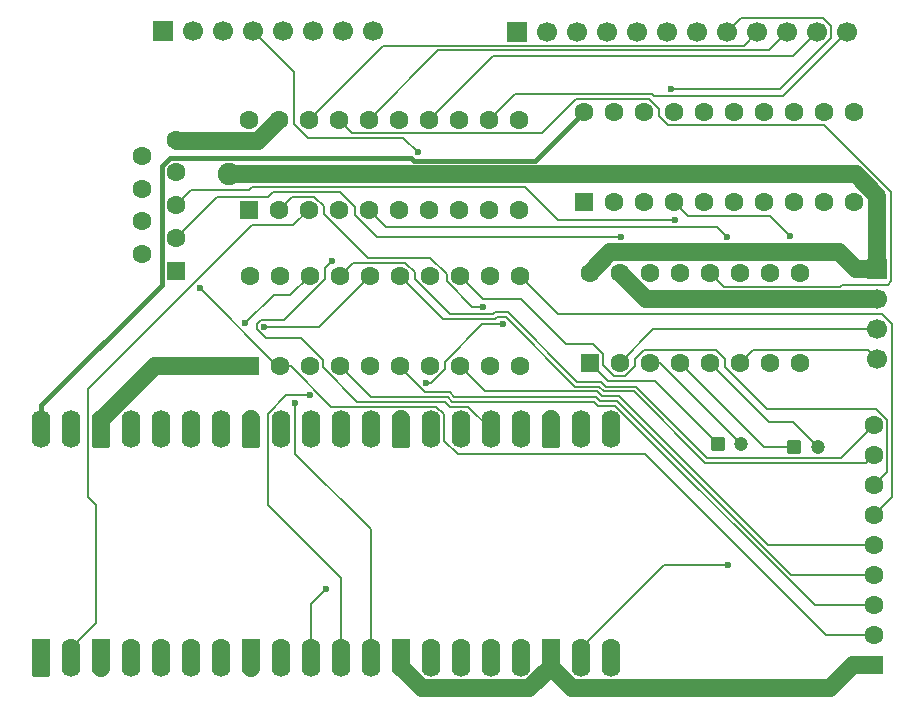
<source format=gbr>
%TF.GenerationSoftware,KiCad,Pcbnew,9.0.2*%
%TF.CreationDate,2025-07-27T17:40:09+01:00*%
%TF.ProjectId,Pico-Keyboard-Matrix-Interface,5069636f-2d4b-4657-9962-6f6172642d4d,rev?*%
%TF.SameCoordinates,Original*%
%TF.FileFunction,Copper,L1,Top*%
%TF.FilePolarity,Positive*%
%FSLAX46Y46*%
G04 Gerber Fmt 4.6, Leading zero omitted, Abs format (unit mm)*
G04 Created by KiCad (PCBNEW 9.0.2) date 2025-07-27 17:40:09*
%MOMM*%
%LPD*%
G01*
G04 APERTURE LIST*
G04 Aperture macros list*
%AMRoundRect*
0 Rectangle with rounded corners*
0 $1 Rounding radius*
0 $2 $3 $4 $5 $6 $7 $8 $9 X,Y pos of 4 corners*
0 Add a 4 corners polygon primitive as box body*
4,1,4,$2,$3,$4,$5,$6,$7,$8,$9,$2,$3,0*
0 Add four circle primitives for the rounded corners*
1,1,$1+$1,$2,$3*
1,1,$1+$1,$4,$5*
1,1,$1+$1,$6,$7*
1,1,$1+$1,$8,$9*
0 Add four rect primitives between the rounded corners*
20,1,$1+$1,$2,$3,$4,$5,0*
20,1,$1+$1,$4,$5,$6,$7,0*
20,1,$1+$1,$6,$7,$8,$9,0*
20,1,$1+$1,$8,$9,$2,$3,0*%
%AMFreePoly0*
4,1,37,0.800000,0.796148,0.878414,0.796148,1.032228,0.765552,1.177117,0.705537,1.307515,0.618408,1.418408,0.507515,1.505537,0.377117,1.565552,0.232228,1.596148,0.078414,1.596148,-0.078414,1.565552,-0.232228,1.505537,-0.377117,1.418408,-0.507515,1.307515,-0.618408,1.177117,-0.705537,1.032228,-0.765552,0.878414,-0.796148,0.800000,-0.796148,0.800000,-0.800000,-1.400000,-0.800000,
-1.403843,-0.796157,-1.439018,-0.796157,-1.511114,-0.766294,-1.566294,-0.711114,-1.596157,-0.639018,-1.596157,-0.603843,-1.600000,-0.600000,-1.600000,0.600000,-1.596157,0.603843,-1.596157,0.639018,-1.566294,0.711114,-1.511114,0.766294,-1.439018,0.796157,-1.403843,0.796157,-1.400000,0.800000,0.800000,0.800000,0.800000,0.796148,0.800000,0.796148,$1*%
%AMFreePoly1*
4,1,37,1.403843,0.796157,1.439018,0.796157,1.511114,0.766294,1.566294,0.711114,1.596157,0.639018,1.596157,0.603843,1.600000,0.600000,1.600000,-0.600000,1.596157,-0.603843,1.596157,-0.639018,1.566294,-0.711114,1.511114,-0.766294,1.439018,-0.796157,1.403843,-0.796157,1.400000,-0.800000,-0.800000,-0.800000,-0.800000,-0.796148,-0.878414,-0.796148,-1.032228,-0.765552,-1.177117,-0.705537,
-1.307515,-0.618408,-1.418408,-0.507515,-1.505537,-0.377117,-1.565552,-0.232228,-1.596148,-0.078414,-1.596148,0.078414,-1.565552,0.232228,-1.505537,0.377117,-1.418408,0.507515,-1.307515,0.618408,-1.177117,0.705537,-1.032228,0.765552,-0.878414,0.796148,-0.800000,0.796148,-0.800000,0.800000,1.400000,0.800000,1.403843,0.796157,1.403843,0.796157,$1*%
%AMFreePoly2*
4,1,37,0.603843,0.796157,0.639018,0.796157,0.711114,0.766294,0.766294,0.711114,0.796157,0.639018,0.796157,0.603843,0.800000,0.600000,0.800000,-0.600000,0.796157,-0.603843,0.796157,-0.639018,0.766294,-0.711114,0.711114,-0.766294,0.639018,-0.796157,0.603843,-0.796157,0.600000,-0.800000,0.000000,-0.800000,0.000000,-0.796148,-0.078414,-0.796148,-0.232228,-0.765552,-0.377117,-0.705537,
-0.507515,-0.618408,-0.618408,-0.507515,-0.705537,-0.377117,-0.765552,-0.232228,-0.796148,-0.078414,-0.796148,0.078414,-0.765552,0.232228,-0.705537,0.377117,-0.618408,0.507515,-0.507515,0.618408,-0.377117,0.705537,-0.232228,0.765552,-0.078414,0.796148,0.000000,0.796148,0.000000,0.800000,0.600000,0.800000,0.603843,0.796157,0.603843,0.796157,$1*%
%AMFreePoly3*
4,1,37,0.000000,0.796148,0.078414,0.796148,0.232228,0.765552,0.377117,0.705537,0.507515,0.618408,0.618408,0.507515,0.705537,0.377117,0.765552,0.232228,0.796148,0.078414,0.796148,-0.078414,0.765552,-0.232228,0.705537,-0.377117,0.618408,-0.507515,0.507515,-0.618408,0.377117,-0.705537,0.232228,-0.765552,0.078414,-0.796148,0.000000,-0.796148,0.000000,-0.800000,-0.600000,-0.800000,
-0.603843,-0.796157,-0.639018,-0.796157,-0.711114,-0.766294,-0.766294,-0.711114,-0.796157,-0.639018,-0.796157,-0.603843,-0.800000,-0.600000,-0.800000,0.600000,-0.796157,0.603843,-0.796157,0.639018,-0.766294,0.711114,-0.711114,0.766294,-0.639018,0.796157,-0.603843,0.796157,-0.600000,0.800000,0.000000,0.800000,0.000000,0.796148,0.000000,0.796148,$1*%
G04 Aperture macros list end*
%TA.AperFunction,ComponentPad*%
%ADD10RoundRect,0.250000X0.550000X-0.550000X0.550000X0.550000X-0.550000X0.550000X-0.550000X-0.550000X0*%
%TD*%
%TA.AperFunction,ComponentPad*%
%ADD11C,1.600000*%
%TD*%
%TA.AperFunction,ComponentPad*%
%ADD12RoundRect,0.250000X-0.350000X-0.350000X0.350000X-0.350000X0.350000X0.350000X-0.350000X0.350000X0*%
%TD*%
%TA.AperFunction,ComponentPad*%
%ADD13C,1.200000*%
%TD*%
%TA.AperFunction,ComponentPad*%
%ADD14R,1.700000X1.700000*%
%TD*%
%TA.AperFunction,ComponentPad*%
%ADD15C,1.700000*%
%TD*%
%TA.AperFunction,SMDPad,CuDef*%
%ADD16FreePoly0,90.000000*%
%TD*%
%TA.AperFunction,ComponentPad*%
%ADD17RoundRect,0.200000X0.600000X-0.600000X0.600000X0.600000X-0.600000X0.600000X-0.600000X-0.600000X0*%
%TD*%
%TA.AperFunction,SMDPad,CuDef*%
%ADD18RoundRect,0.800000X0.000010X-0.800000X0.000010X0.800000X-0.000010X0.800000X-0.000010X-0.800000X0*%
%TD*%
%TA.AperFunction,SMDPad,CuDef*%
%ADD19FreePoly1,90.000000*%
%TD*%
%TA.AperFunction,ComponentPad*%
%ADD20FreePoly2,90.000000*%
%TD*%
%TA.AperFunction,ComponentPad*%
%ADD21FreePoly3,90.000000*%
%TD*%
%TA.AperFunction,ComponentPad*%
%ADD22R,1.600000X1.600000*%
%TD*%
%TA.AperFunction,ViaPad*%
%ADD23C,0.600000*%
%TD*%
%TA.AperFunction,ViaPad*%
%ADD24C,1.900000*%
%TD*%
%TA.AperFunction,Conductor*%
%ADD25C,0.200000*%
%TD*%
%TA.AperFunction,Conductor*%
%ADD26C,1.500000*%
%TD*%
%TA.AperFunction,Conductor*%
%ADD27C,0.400000*%
%TD*%
G04 APERTURE END LIST*
D10*
%TO.P,U3,1,OEa*%
%TO.N,GND*%
X117470000Y-57550000D03*
D11*
%TO.P,U3,2,I0a*%
%TO.N,GPIO10*%
X120010000Y-57550000D03*
%TO.P,U3,3,O3b*%
%TO.N,SENSE7*%
X122550000Y-57550000D03*
%TO.P,U3,4,I1a*%
%TO.N,GPIO11*%
X125090000Y-57550000D03*
%TO.P,U3,5,O2b*%
%TO.N,SENSE6*%
X127630000Y-57550000D03*
%TO.P,U3,6,I2a*%
%TO.N,GPIO12*%
X130170000Y-57550000D03*
%TO.P,U3,7,O1b*%
%TO.N,SENSE5*%
X132710000Y-57550000D03*
%TO.P,U3,8,I3a*%
%TO.N,GPIO13*%
X135250000Y-57550000D03*
%TO.P,U3,9,O0b*%
%TO.N,SENSE4*%
X137790000Y-57550000D03*
%TO.P,U3,10,GND*%
%TO.N,GND*%
X140330000Y-57550000D03*
%TO.P,U3,11,I0b*%
%TO.N,GPIO14*%
X140330000Y-49930000D03*
%TO.P,U3,12,O3a*%
%TO.N,SENSE3*%
X137790000Y-49930000D03*
%TO.P,U3,13,I1b*%
%TO.N,GPIO15*%
X135250000Y-49930000D03*
%TO.P,U3,14,O2a*%
%TO.N,SENSE2*%
X132710000Y-49930000D03*
%TO.P,U3,15,I2b*%
%TO.N,GPIO16*%
X130170000Y-49930000D03*
%TO.P,U3,16,O1a*%
%TO.N,SENSE1*%
X127630000Y-49930000D03*
%TO.P,U3,17,I3b*%
%TO.N,GPIO17*%
X125090000Y-49930000D03*
%TO.P,U3,18,O0a*%
%TO.N,SENSE0*%
X122550000Y-49930000D03*
%TO.P,U3,19,OEb*%
%TO.N,GND*%
X120010000Y-49930000D03*
%TO.P,U3,20,VCC*%
%TO.N,VBUS*%
X117470000Y-49930000D03*
%TD*%
D10*
%TO.P,U2,1,OEa*%
%TO.N,GND*%
X89110000Y-58200000D03*
D11*
%TO.P,U2,2,I0a*%
%TO.N,GPIO18*%
X91650000Y-58200000D03*
%TO.P,U2,3,O3b*%
%TO.N,RX3*%
X94190000Y-58200000D03*
%TO.P,U2,4,I1a*%
%TO.N,GPIO19*%
X96730000Y-58200000D03*
%TO.P,U2,5,O2b*%
%TO.N,TX5*%
X99270000Y-58200000D03*
%TO.P,U2,6,I2a*%
%TO.N,GPIO20*%
X101810000Y-58200000D03*
%TO.P,U2,7,O1b*%
%TO.N,unconnected-(U2-O1b-Pad7)*%
X104350000Y-58200000D03*
%TO.P,U2,8,I3a*%
%TO.N,GPIO21*%
X106890000Y-58200000D03*
%TO.P,U2,9,O0b*%
%TO.N,unconnected-(U2-O0b-Pad9)*%
X109430000Y-58200000D03*
%TO.P,U2,10,GND*%
%TO.N,GND*%
X111970000Y-58200000D03*
%TO.P,U2,11,I0b*%
X111970000Y-50580000D03*
%TO.P,U2,12,O3a*%
%TO.N,SENSE11*%
X109430000Y-50580000D03*
%TO.P,U2,13,I1b*%
%TO.N,GND*%
X106890000Y-50580000D03*
%TO.P,U2,14,O2a*%
%TO.N,SENSE10*%
X104350000Y-50580000D03*
%TO.P,U2,15,I2b*%
%TO.N,TX3*%
X101810000Y-50580000D03*
%TO.P,U2,16,O1a*%
%TO.N,SENSE9*%
X99270000Y-50580000D03*
%TO.P,U2,17,I3b*%
%TO.N,RX5*%
X96730000Y-50580000D03*
%TO.P,U2,18,O0a*%
%TO.N,SENSE8*%
X94190000Y-50580000D03*
%TO.P,U2,19,OEb*%
%TO.N,GND*%
X91650000Y-50580000D03*
%TO.P,U2,20,VCC*%
%TO.N,+3.3V*%
X89110000Y-50580000D03*
%TD*%
D12*
%TO.P,C2,1*%
%TO.N,Net-(U4-C2+)*%
X135277400Y-78300000D03*
D13*
%TO.P,C2,2*%
%TO.N,Net-(U4-C2-)*%
X137277400Y-78300000D03*
%TD*%
D14*
%TO.P,J3,1,Pin_1*%
%TO.N,+5V*%
X142315000Y-63240000D03*
D15*
%TO.P,J3,2,Pin_2*%
%TO.N,GND*%
X142315000Y-65780000D03*
%TO.P,J3,3,Pin_3*%
%TO.N,+12V*%
X142315000Y-68320000D03*
%TO.P,J3,4,Pin_4*%
%TO.N,-12V*%
X142315000Y-70860000D03*
%TD*%
D16*
%TO.P,A1,1,GPIO0*%
%TO.N,TX3*%
X71470000Y-96140000D03*
D17*
X71470000Y-95340000D03*
D18*
%TO.P,A1,2,GPIO1*%
%TO.N,RX3*%
X74010000Y-96140000D03*
D11*
X74010000Y-95340000D03*
D19*
%TO.P,A1,3,GND*%
%TO.N,GND*%
X76550000Y-96140000D03*
D20*
X76550000Y-95340000D03*
D18*
%TO.P,A1,4,GPIO2*%
%TO.N,GPIO2*%
X79090000Y-96140000D03*
D11*
X79090000Y-95340000D03*
D18*
%TO.P,A1,5,GPIO3*%
%TO.N,GPIO3*%
X81630000Y-96140000D03*
D11*
X81630000Y-95340000D03*
D18*
%TO.P,A1,6,GPIO4*%
%TO.N,GPIO4*%
X84170000Y-96140000D03*
D11*
X84170000Y-95340000D03*
D18*
%TO.P,A1,7,GPIO5*%
%TO.N,GPIO5*%
X86710000Y-96140000D03*
D11*
X86710000Y-95340000D03*
D19*
%TO.P,A1,8,GND*%
%TO.N,GND*%
X89250000Y-96140000D03*
D20*
X89250000Y-95340000D03*
D18*
%TO.P,A1,9,GPIO6*%
%TO.N,GPIO6*%
X91790000Y-96140000D03*
D11*
X91790000Y-95340000D03*
D18*
%TO.P,A1,10,GPIO7*%
%TO.N,GPIO7*%
X94330000Y-96140000D03*
D11*
X94330000Y-95340000D03*
D18*
%TO.P,A1,11,GPIO8*%
%TO.N,GPIO8*%
X96870000Y-96140000D03*
D11*
X96870000Y-95340000D03*
D18*
%TO.P,A1,12,GPIO9*%
%TO.N,GPIO9*%
X99410000Y-96140000D03*
D11*
X99410000Y-95340000D03*
D19*
%TO.P,A1,13,GND*%
%TO.N,GND*%
X101950000Y-96140000D03*
D20*
X101950000Y-95340000D03*
D18*
%TO.P,A1,14,GPIO10*%
%TO.N,GPIO10*%
X104490000Y-96140000D03*
D11*
X104490000Y-95340000D03*
D18*
%TO.P,A1,15,GPIO11*%
%TO.N,GPIO11*%
X107030000Y-96140000D03*
D11*
X107030000Y-95340000D03*
D18*
%TO.P,A1,16,GPIO12*%
%TO.N,GPIO12*%
X109570000Y-96140000D03*
D11*
X109570000Y-95340000D03*
D18*
%TO.P,A1,17,GPIO13*%
%TO.N,GPIO13*%
X112110000Y-96140000D03*
D11*
X112110000Y-95340000D03*
D19*
%TO.P,A1,18,GND*%
%TO.N,GND*%
X114650000Y-96140000D03*
D20*
X114650000Y-95340000D03*
D18*
%TO.P,A1,19,GPIO14*%
%TO.N,GPIO14*%
X117190000Y-96140000D03*
D11*
X117190000Y-95340000D03*
D18*
%TO.P,A1,20,GPIO15*%
%TO.N,GPIO15*%
X119730000Y-96140000D03*
D11*
X119730000Y-95340000D03*
%TO.P,A1,21,GPIO16*%
%TO.N,GPIO16*%
X119730000Y-77560000D03*
D18*
X119730000Y-76760000D03*
D11*
%TO.P,A1,22,GPIO17*%
%TO.N,GPIO17*%
X117190000Y-77560000D03*
D18*
X117190000Y-76760000D03*
D21*
%TO.P,A1,23,GND*%
%TO.N,GND*%
X114650000Y-77560000D03*
D16*
X114650000Y-76760000D03*
D11*
%TO.P,A1,24,GPIO18*%
%TO.N,GPIO18*%
X112110000Y-77560000D03*
D18*
X112110000Y-76760000D03*
D11*
%TO.P,A1,25,GPIO19*%
%TO.N,GPIO19*%
X109570000Y-77560000D03*
D18*
X109570000Y-76760000D03*
D11*
%TO.P,A1,26,GPIO20*%
%TO.N,GPIO20*%
X107030000Y-77560000D03*
D18*
X107030000Y-76760000D03*
D11*
%TO.P,A1,27,GPIO21*%
%TO.N,GPIO21*%
X104490000Y-77560000D03*
D18*
X104490000Y-76760000D03*
D21*
%TO.P,A1,28,GND*%
%TO.N,GND*%
X101950000Y-77560000D03*
D16*
X101950000Y-76760000D03*
D11*
%TO.P,A1,29,GPIO22*%
%TO.N,unconnected-(A1-GPIO22-Pad29)_1*%
X99410000Y-77560000D03*
D18*
%TO.N,unconnected-(A1-GPIO22-Pad29)*%
X99410000Y-76760000D03*
D11*
%TO.P,A1,30,RUN*%
%TO.N,unconnected-(A1-RUN-Pad30)*%
X96870000Y-77560000D03*
D18*
%TO.N,unconnected-(A1-RUN-Pad30)_1*%
X96870000Y-76760000D03*
D11*
%TO.P,A1,31,GPIO26_ADC0*%
%TO.N,unconnected-(A1-GPIO26_ADC0-Pad31)*%
X94330000Y-77560000D03*
D18*
%TO.N,unconnected-(A1-GPIO26_ADC0-Pad31)_1*%
X94330000Y-76760000D03*
D11*
%TO.P,A1,32,GPIO27_ADC1*%
%TO.N,unconnected-(A1-GPIO27_ADC1-Pad32)*%
X91790000Y-77560000D03*
D18*
%TO.N,unconnected-(A1-GPIO27_ADC1-Pad32)_1*%
X91790000Y-76760000D03*
D21*
%TO.P,A1,33,AGND*%
%TO.N,GND*%
X89250000Y-77560000D03*
D16*
X89250000Y-76760000D03*
D11*
%TO.P,A1,34,GPIO28_ADC2*%
%TO.N,unconnected-(A1-GPIO28_ADC2-Pad34)*%
X86710000Y-77560000D03*
D18*
%TO.N,unconnected-(A1-GPIO28_ADC2-Pad34)_1*%
X86710000Y-76760000D03*
D11*
%TO.P,A1,35,ADC_VREF*%
%TO.N,unconnected-(A1-ADC_VREF-Pad35)_1*%
X84170000Y-77560000D03*
D18*
%TO.N,unconnected-(A1-ADC_VREF-Pad35)*%
X84170000Y-76760000D03*
D11*
%TO.P,A1,36,3V3*%
%TO.N,+3.3V*%
X81630000Y-77560000D03*
D18*
X81630000Y-76760000D03*
D11*
%TO.P,A1,37,3V3_EN*%
%TO.N,unconnected-(A1-3V3_EN-Pad37)_1*%
X79090000Y-77560000D03*
D18*
%TO.N,unconnected-(A1-3V3_EN-Pad37)*%
X79090000Y-76760000D03*
D21*
%TO.P,A1,38,GND*%
%TO.N,GND*%
X76550000Y-77560000D03*
D16*
X76550000Y-76760000D03*
D11*
%TO.P,A1,39,VSYS*%
%TO.N,+5V*%
X74010000Y-77560000D03*
D18*
X74010000Y-76760000D03*
D11*
%TO.P,A1,40,VBUS*%
%TO.N,VBUS*%
X71470000Y-77560000D03*
D18*
X71470000Y-76760000D03*
%TD*%
D10*
%TO.P,U4,1,C1+*%
%TO.N,Net-(U4-C1+)*%
X117960000Y-71170000D03*
D11*
%TO.P,U4,2,VS+*%
%TO.N,+12V*%
X120500000Y-71170000D03*
%TO.P,U4,3,C1-*%
%TO.N,Net-(U4-C1-)*%
X123040000Y-71170000D03*
%TO.P,U4,4,C2+*%
%TO.N,Net-(U4-C2+)*%
X125580000Y-71170000D03*
%TO.P,U4,5,C2-*%
%TO.N,Net-(U4-C2-)*%
X128120000Y-71170000D03*
%TO.P,U4,6,VS-*%
%TO.N,-12V*%
X130660000Y-71170000D03*
%TO.P,U4,7,T2OUT*%
%TO.N,unconnected-(U4-T2OUT-Pad7)*%
X133200000Y-71170000D03*
%TO.P,U4,8,R2IN*%
%TO.N,unconnected-(U4-R2IN-Pad8)*%
X135740000Y-71170000D03*
%TO.P,U4,9,R2OUT*%
%TO.N,unconnected-(U4-R2OUT-Pad9)*%
X135740000Y-63550000D03*
%TO.P,U4,10,T2IN*%
%TO.N,unconnected-(U4-T2IN-Pad10)*%
X133200000Y-63550000D03*
%TO.P,U4,11,T1IN*%
%TO.N,TX5*%
X130660000Y-63550000D03*
%TO.P,U4,12,R1OUT*%
%TO.N,RX5*%
X128120000Y-63550000D03*
%TO.P,U4,13,R1IN*%
%TO.N,RSRX*%
X125580000Y-63550000D03*
%TO.P,U4,14,T1OUT*%
%TO.N,RSTX*%
X123040000Y-63550000D03*
%TO.P,U4,15,GND*%
%TO.N,GND*%
X120500000Y-63550000D03*
%TO.P,U4,16,VCC*%
%TO.N,+5V*%
X117960000Y-63550000D03*
%TD*%
D14*
%TO.P,J2,1,Pin_1*%
%TO.N,SENSE0*%
X111810000Y-43150000D03*
D15*
%TO.P,J2,2,Pin_2*%
%TO.N,SENSE1*%
X114350000Y-43150000D03*
%TO.P,J2,3,Pin_3*%
%TO.N,SENSE2*%
X116890000Y-43150000D03*
%TO.P,J2,4,Pin_4*%
%TO.N,SENSE3*%
X119430000Y-43150000D03*
%TO.P,J2,5,Pin_5*%
%TO.N,SENSE4*%
X121970000Y-43150000D03*
%TO.P,J2,6,Pin_6*%
%TO.N,SENSE5*%
X124510000Y-43150000D03*
%TO.P,J2,7,Pin_7*%
%TO.N,SENSE6*%
X127050000Y-43150000D03*
%TO.P,J2,8,Pin_8*%
%TO.N,SENSE7*%
X129590000Y-43150000D03*
%TO.P,J2,9,Pin_9*%
%TO.N,SENSE8*%
X132130000Y-43150000D03*
%TO.P,J2,10,Pin_10*%
%TO.N,SENSE9*%
X134670000Y-43150000D03*
%TO.P,J2,11,Pin_11*%
%TO.N,SENSE10*%
X137210000Y-43150000D03*
%TO.P,J2,12,Pin_12*%
%TO.N,SENSE11*%
X139750000Y-43150000D03*
%TD*%
D22*
%TO.P,J4,1,1*%
%TO.N,unconnected-(J4-Pad1)*%
X82915300Y-63340000D03*
D11*
%TO.P,J4,2,2*%
%TO.N,RSTX*%
X82915300Y-60570000D03*
%TO.P,J4,3,3*%
%TO.N,RSRX*%
X82915300Y-57800000D03*
%TO.P,J4,4,4*%
%TO.N,unconnected-(J4-Pad4)*%
X82915300Y-55030000D03*
%TO.P,J4,5,5*%
%TO.N,GND*%
X82915300Y-52260000D03*
%TO.P,J4,6,6*%
%TO.N,unconnected-(J4-Pad6)*%
X80075300Y-61955000D03*
%TO.P,J4,7,7*%
%TO.N,unconnected-(J4-Pad7)*%
X80075300Y-59185000D03*
%TO.P,J4,8,8*%
%TO.N,unconnected-(J4-Pad8)*%
X80075300Y-56415000D03*
%TO.P,J4,9,9*%
%TO.N,unconnected-(J4-Pad9)*%
X80075300Y-53645000D03*
%TD*%
D12*
%TO.P,C1,1*%
%TO.N,Net-(U4-C1+)*%
X128777400Y-78000000D03*
D13*
%TO.P,C1,2*%
%TO.N,Net-(U4-C1-)*%
X130777400Y-78000000D03*
%TD*%
D14*
%TO.P,J1,1,Pin_1*%
%TO.N,SCAN0*%
X81840000Y-43050000D03*
D15*
%TO.P,J1,2,Pin_2*%
%TO.N,SCAN1*%
X84380000Y-43050000D03*
%TO.P,J1,3,Pin_3*%
%TO.N,SCAN2*%
X86920000Y-43050000D03*
%TO.P,J1,4,Pin_4*%
%TO.N,SCAN3*%
X89460000Y-43050000D03*
%TO.P,J1,5,Pin_5*%
%TO.N,SCAN4*%
X92000000Y-43050000D03*
%TO.P,J1,6,Pin_6*%
%TO.N,SCAN5*%
X94540000Y-43050000D03*
%TO.P,J1,7,Pin_7*%
%TO.N,SCAN6*%
X97080000Y-43050000D03*
%TO.P,J1,8,Pin_8*%
%TO.N,SCAN7*%
X99620000Y-43050000D03*
%TD*%
D22*
%TO.P,RN1,1,common*%
%TO.N,GND*%
X142000000Y-96750000D03*
D11*
%TO.P,RN1,2,R1*%
%TO.N,SCAN0*%
X142000000Y-94210000D03*
%TO.P,RN1,3,R2*%
%TO.N,SCAN1*%
X142000000Y-91670000D03*
%TO.P,RN1,4,R3*%
%TO.N,SCAN2*%
X142000000Y-89130000D03*
%TO.P,RN1,5,R4*%
%TO.N,SCAN3*%
X142000000Y-86590000D03*
%TO.P,RN1,6,R5*%
%TO.N,SCAN4*%
X142000000Y-84050000D03*
%TO.P,RN1,7,R6*%
%TO.N,SCAN5*%
X142000000Y-81510000D03*
%TO.P,RN1,8,R7*%
%TO.N,SCAN6*%
X142000000Y-78970000D03*
%TO.P,RN1,9,R8*%
%TO.N,SCAN7*%
X142000000Y-76430000D03*
%TD*%
D10*
%TO.P,U1,1,OEa*%
%TO.N,GND*%
X89160000Y-71400000D03*
D11*
%TO.P,U1,2,I0a*%
%TO.N,SCAN0*%
X91700000Y-71400000D03*
%TO.P,U1,3,O3b*%
%TO.N,GPIO9*%
X94240000Y-71400000D03*
%TO.P,U1,4,I1a*%
%TO.N,SCAN1*%
X96780000Y-71400000D03*
%TO.P,U1,5,O2b*%
%TO.N,GPIO8*%
X99320000Y-71400000D03*
%TO.P,U1,6,I2a*%
%TO.N,SCAN2*%
X101860000Y-71400000D03*
%TO.P,U1,7,O1b*%
%TO.N,GPIO7*%
X104400000Y-71400000D03*
%TO.P,U1,8,I3a*%
%TO.N,SCAN3*%
X106940000Y-71400000D03*
%TO.P,U1,9,O0b*%
%TO.N,GPIO6*%
X109480000Y-71400000D03*
%TO.P,U1,10,GND*%
%TO.N,GND*%
X112020000Y-71400000D03*
%TO.P,U1,11,I0b*%
%TO.N,SCAN4*%
X112020000Y-63780000D03*
%TO.P,U1,12,O3a*%
%TO.N,GPIO5*%
X109480000Y-63780000D03*
%TO.P,U1,13,I1b*%
%TO.N,SCAN5*%
X106940000Y-63780000D03*
%TO.P,U1,14,O2a*%
%TO.N,GPIO4*%
X104400000Y-63780000D03*
%TO.P,U1,15,I2b*%
%TO.N,SCAN6*%
X101860000Y-63780000D03*
%TO.P,U1,16,O1a*%
%TO.N,GPIO3*%
X99320000Y-63780000D03*
%TO.P,U1,17,I3b*%
%TO.N,SCAN7*%
X96780000Y-63780000D03*
%TO.P,U1,18,O0a*%
%TO.N,GPIO2*%
X94240000Y-63780000D03*
%TO.P,U1,19,OEb*%
%TO.N,GND*%
X91700000Y-63780000D03*
%TO.P,U1,20,VCC*%
%TO.N,+3.3V*%
X89160000Y-63780000D03*
%TD*%
D23*
%TO.N,TX5*%
X129570400Y-60507400D03*
%TO.N,RSTX*%
X120567900Y-60507400D03*
%TO.N,RSRX*%
X125178600Y-59057300D03*
%TO.N,SENSE7*%
X124869000Y-47978500D03*
%TO.N,SCAN3*%
X103379300Y-53343600D03*
%TO.N,SCAN0*%
X84916800Y-64842200D03*
%TO.N,GPIO8*%
X94230100Y-73876900D03*
%TO.N,GPIO9*%
X93021900Y-74540800D03*
D24*
%TO.N,+5V*%
X87423600Y-55193800D03*
D23*
%TO.N,GPIO19*%
X96127600Y-62525000D03*
%TO.N,GPIO21*%
X104075000Y-72874300D03*
X110584000Y-67885600D03*
%TO.N,GPIO11*%
X134912300Y-60419600D03*
%TO.N,GPIO3*%
X90406600Y-68087800D03*
%TO.N,GPIO14*%
X129699500Y-88268700D03*
%TO.N,GPIO2*%
X88803800Y-67820600D03*
%TO.N,GPIO7*%
X95614000Y-90299700D03*
%TO.N,GPIO18*%
X108879700Y-66428700D03*
%TD*%
D25*
%TO.N,TX5*%
X128720500Y-59657500D02*
X129570400Y-60507400D01*
X100727500Y-59657500D02*
X128720500Y-59657500D01*
X99270000Y-58200000D02*
X100727500Y-59657500D01*
%TO.N,RX5*%
X129299800Y-64729800D02*
X128120000Y-63550000D01*
X139127600Y-64729800D02*
X129299800Y-64729800D01*
X139312400Y-64545000D02*
X139127600Y-64729800D01*
X143182200Y-64545000D02*
X139312400Y-64545000D01*
X143465200Y-64262000D02*
X143182200Y-64545000D01*
X143465200Y-56680500D02*
X143465200Y-64262000D01*
X137814900Y-51030200D02*
X143465200Y-56680500D01*
X124599600Y-51030200D02*
X137814900Y-51030200D01*
X123820000Y-50250600D02*
X124599600Y-51030200D01*
X123820000Y-49644100D02*
X123820000Y-50250600D01*
X122956300Y-48780400D02*
X123820000Y-49644100D01*
X116819600Y-48780400D02*
X122956300Y-48780400D01*
X113881400Y-51718600D02*
X116819600Y-48780400D01*
X97868600Y-51718600D02*
X113881400Y-51718600D01*
X96730000Y-50580000D02*
X97868600Y-51718600D01*
%TO.N,RSTX*%
X86386500Y-57098800D02*
X82915300Y-60570000D01*
X90737100Y-57098800D02*
X86386500Y-57098800D01*
X91152400Y-56683500D02*
X90737100Y-57098800D01*
X96846300Y-56683500D02*
X91152400Y-56683500D01*
X98087400Y-57924600D02*
X96846300Y-56683500D01*
X98087400Y-58627400D02*
X98087400Y-57924600D01*
X99967400Y-60507400D02*
X98087400Y-58627400D01*
X120567900Y-60507400D02*
X99967400Y-60507400D01*
%TO.N,RSRX*%
X115228500Y-59057300D02*
X125178600Y-59057300D01*
X112453100Y-56281900D02*
X115228500Y-59057300D01*
X89325900Y-56281900D02*
X112453100Y-56281900D01*
X89124300Y-56483500D02*
X89325900Y-56281900D01*
X84231800Y-56483500D02*
X89124300Y-56483500D01*
X82915300Y-57800000D02*
X84231800Y-56483500D01*
%TO.N,+12V*%
X123350000Y-68320000D02*
X120500000Y-71170000D01*
X142315000Y-68320000D02*
X123350000Y-68320000D01*
%TO.N,-12V*%
X131796000Y-70034000D02*
X130660000Y-71170000D01*
X141489000Y-70034000D02*
X131796000Y-70034000D01*
X142315000Y-70860000D02*
X141489000Y-70034000D01*
%TO.N,SENSE9*%
X133119700Y-44700300D02*
X134670000Y-43150000D01*
X105149700Y-44700300D02*
X133119700Y-44700300D01*
X99270000Y-50580000D02*
X105149700Y-44700300D01*
%TO.N,SENSE7*%
X134033800Y-47978500D02*
X124869000Y-47978500D01*
X138375100Y-43637200D02*
X134033800Y-47978500D01*
X138375100Y-42672000D02*
X138375100Y-43637200D01*
X137673600Y-41970500D02*
X138375100Y-42672000D01*
X130769500Y-41970500D02*
X137673600Y-41970500D01*
X129590000Y-43150000D02*
X130769500Y-41970500D01*
%TO.N,SENSE11*%
X111629700Y-48380300D02*
X109430000Y-50580000D01*
X123227300Y-48380300D02*
X111629700Y-48380300D01*
X123427400Y-48580400D02*
X123227300Y-48380300D01*
X134319600Y-48580400D02*
X123427400Y-48580400D01*
X139750000Y-43150000D02*
X134319600Y-48580400D01*
%TO.N,SENSE10*%
X135162100Y-45197900D02*
X137210000Y-43150000D01*
X109732100Y-45197900D02*
X135162100Y-45197900D01*
X104350000Y-50580000D02*
X109732100Y-45197900D01*
%TO.N,SENSE8*%
X100469900Y-44300100D02*
X94190000Y-50580000D01*
X130979900Y-44300100D02*
X100469900Y-44300100D01*
X132130000Y-43150000D02*
X130979900Y-44300100D01*
%TO.N,SCAN3*%
X133044700Y-86590000D02*
X142000000Y-86590000D01*
X120428000Y-73973300D02*
X133044700Y-86590000D01*
X118972300Y-73973300D02*
X120428000Y-73973300D01*
X118572300Y-73573300D02*
X118972300Y-73973300D01*
X109113300Y-73573300D02*
X118572300Y-73573300D01*
X106940000Y-71400000D02*
X109113300Y-73573300D01*
X102154500Y-52118800D02*
X103379300Y-53343600D01*
X94104200Y-52118800D02*
X102154500Y-52118800D01*
X92920000Y-50934600D02*
X94104200Y-52118800D01*
X92920000Y-46510000D02*
X92920000Y-50934600D01*
X89460000Y-43050000D02*
X92920000Y-46510000D01*
%TO.N,SCAN7*%
X97896300Y-62663700D02*
X96780000Y-63780000D01*
X102353400Y-62663700D02*
X97896300Y-62663700D01*
X103130000Y-63440300D02*
X102353400Y-62663700D01*
X103130000Y-64087100D02*
X103130000Y-63440300D01*
X106084500Y-67041600D02*
X103130000Y-64087100D01*
X109776500Y-67041600D02*
X106084500Y-67041600D01*
X109932700Y-66885400D02*
X109776500Y-67041600D01*
X110998300Y-66885400D02*
X109932700Y-66885400D01*
X116885900Y-72773000D02*
X110998300Y-66885400D01*
X118903600Y-72773000D02*
X116885900Y-72773000D01*
X119303600Y-73173000D02*
X118903600Y-72773000D01*
X121840000Y-73173000D02*
X119303600Y-73173000D01*
X127871100Y-79204100D02*
X121840000Y-73173000D01*
X139225900Y-79204100D02*
X127871100Y-79204100D01*
X142000000Y-76430000D02*
X139225900Y-79204100D01*
%TO.N,SCAN2*%
X101860000Y-71507900D02*
X101860000Y-71400000D01*
X104008700Y-73656600D02*
X101860000Y-71507900D01*
X106100900Y-73656600D02*
X104008700Y-73656600D01*
X106500900Y-74056600D02*
X106100900Y-73656600D01*
X118489800Y-74056600D02*
X106500900Y-74056600D01*
X118806600Y-74373400D02*
X118489800Y-74056600D01*
X120262200Y-74373400D02*
X118806600Y-74373400D01*
X135018800Y-89130000D02*
X120262200Y-74373400D01*
X142000000Y-89130000D02*
X135018800Y-89130000D01*
%TO.N,SCAN0*%
X92624300Y-71400000D02*
X91700000Y-71400000D01*
X96081200Y-74856900D02*
X92624300Y-71400000D01*
X104974800Y-74856900D02*
X96081200Y-74856900D01*
X105603800Y-75485900D02*
X104974800Y-74856900D01*
X105603800Y-77732400D02*
X105603800Y-75485900D01*
X106761600Y-78890200D02*
X105603800Y-77732400D01*
X122608800Y-78890200D02*
X106761600Y-78890200D01*
X137928600Y-94210000D02*
X122608800Y-78890200D01*
X142000000Y-94210000D02*
X137928600Y-94210000D01*
X91474600Y-71400000D02*
X91700000Y-71400000D01*
X84916800Y-64842200D02*
X91474600Y-71400000D01*
%TO.N,SCAN5*%
X143111100Y-80398900D02*
X142000000Y-81510000D01*
X143111100Y-75976000D02*
X143111100Y-80398900D01*
X142232600Y-75097500D02*
X143111100Y-75976000D01*
X133006100Y-75097500D02*
X142232600Y-75097500D01*
X129390000Y-71481400D02*
X133006100Y-75097500D01*
X129390000Y-70841900D02*
X129390000Y-71481400D01*
X128618000Y-70069900D02*
X129390000Y-70841900D01*
X122544600Y-70069900D02*
X128618000Y-70069900D01*
X121770000Y-70844500D02*
X122544600Y-70069900D01*
X121770000Y-71460500D02*
X121770000Y-70844500D01*
X120957600Y-72272900D02*
X121770000Y-71460500D01*
X120037400Y-72272900D02*
X120957600Y-72272900D01*
X119089000Y-71324500D02*
X120037400Y-72272900D01*
X119089000Y-70417600D02*
X119089000Y-71324500D01*
X118207200Y-69535800D02*
X119089000Y-70417600D01*
X115928700Y-69535800D02*
X118207200Y-69535800D01*
X112156700Y-65763800D02*
X115928700Y-69535800D01*
X108923800Y-65763800D02*
X112156700Y-65763800D01*
X106940000Y-63780000D02*
X108923800Y-65763800D01*
%TO.N,SCAN1*%
X99436700Y-74056700D02*
X96780000Y-71400000D01*
X105935200Y-74056700D02*
X99436700Y-74056700D01*
X106335200Y-74456700D02*
X105935200Y-74056700D01*
X118324100Y-74456700D02*
X106335200Y-74456700D01*
X118640900Y-74773500D02*
X118324100Y-74456700D01*
X120096500Y-74773500D02*
X118640900Y-74773500D01*
X136993000Y-91670000D02*
X120096500Y-74773500D01*
X142000000Y-91670000D02*
X136993000Y-91670000D01*
%TO.N,SCAN6*%
X105525300Y-67445300D02*
X101860000Y-63780000D01*
X109938600Y-67445300D02*
X105525300Y-67445300D01*
X110098400Y-67285500D02*
X109938600Y-67445300D01*
X110832600Y-67285500D02*
X110098400Y-67285500D01*
X116720200Y-73173100D02*
X110832600Y-67285500D01*
X118737900Y-73173100D02*
X116720200Y-73173100D01*
X119138000Y-73573200D02*
X118737900Y-73173100D01*
X121674400Y-73573200D02*
X119138000Y-73573200D01*
X127705400Y-79604200D02*
X121674400Y-73573200D01*
X141365800Y-79604200D02*
X127705400Y-79604200D01*
X142000000Y-78970000D02*
X141365800Y-79604200D01*
%TO.N,SCAN4*%
X115290000Y-67050000D02*
X112020000Y-63780000D01*
X142727800Y-67050000D02*
X115290000Y-67050000D01*
X143533600Y-67855800D02*
X142727800Y-67050000D01*
X143533600Y-82516400D02*
X143533600Y-67855800D01*
X142000000Y-84050000D02*
X143533600Y-82516400D01*
%TO.N,Net-(U4-C2+)*%
X132710000Y-78300000D02*
X125580000Y-71170000D01*
X135277400Y-78300000D02*
X132710000Y-78300000D01*
%TO.N,Net-(U4-C2-)*%
X133138700Y-76188700D02*
X128120000Y-71170000D01*
X135166100Y-76188700D02*
X133138700Y-76188700D01*
X137277400Y-78300000D02*
X135166100Y-76188700D01*
%TO.N,Net-(U4-C1-)*%
X123947400Y-71170000D02*
X123040000Y-71170000D01*
X130777400Y-78000000D02*
X123947400Y-71170000D01*
%TO.N,Net-(U4-C1+)*%
X123450400Y-72673000D02*
X128777400Y-78000000D01*
X119463000Y-72673000D02*
X123450400Y-72673000D01*
X117960000Y-71170000D02*
X119463000Y-72673000D01*
%TO.N,GPIO8*%
X96870000Y-96140000D02*
X96870000Y-95340000D01*
X92280500Y-73876900D02*
X94230100Y-73876900D01*
X90686800Y-75470600D02*
X92280500Y-73876900D01*
X90686800Y-83174400D02*
X90686800Y-75470600D01*
X96870000Y-89357600D02*
X90686800Y-83174400D01*
X96870000Y-95340000D02*
X96870000Y-89357600D01*
%TO.N,GPIO9*%
X99410000Y-96140000D02*
X99410000Y-95340000D01*
X93021900Y-78840700D02*
X93021900Y-74540800D01*
X99410000Y-85228800D02*
X93021900Y-78840700D01*
X99410000Y-95340000D02*
X99410000Y-85228800D01*
%TO.N,GPIO5*%
X86710000Y-96140000D02*
X86710000Y-95340000D01*
%TO.N,TX3*%
X71470000Y-95340000D02*
X71470000Y-96140000D01*
%TO.N,GPIO20*%
X107030000Y-76760000D02*
X107030000Y-77560000D01*
%TO.N,+3.3V*%
X81630000Y-76760000D02*
X81630000Y-77560000D01*
D26*
%TO.N,+5V*%
X74010000Y-77560000D02*
X74010000Y-76760000D01*
X139073500Y-61798600D02*
X140514900Y-63240000D01*
X119711400Y-61798600D02*
X139073500Y-61798600D01*
X117960000Y-63550000D02*
X119711400Y-61798600D01*
X142315000Y-63240000D02*
X140514900Y-63240000D01*
X142315000Y-57027400D02*
X142315000Y-63240000D01*
X140481400Y-55193800D02*
X142315000Y-57027400D01*
X87423600Y-55193800D02*
X140481400Y-55193800D01*
D25*
%TO.N,GPIO17*%
X117190000Y-76760000D02*
X117190000Y-77560000D01*
%TO.N,GPIO13*%
X112110000Y-95340000D02*
X112110000Y-96140000D01*
%TO.N,GPIO19*%
X109570000Y-77560000D02*
X109570000Y-76760000D01*
X107666900Y-74856900D02*
X109570000Y-76760000D01*
X106125800Y-74856900D02*
X107666900Y-74856900D01*
X105725700Y-74456800D02*
X106125800Y-74856900D01*
X98251000Y-74456800D02*
X105725700Y-74456800D01*
X95340100Y-71545900D02*
X98251000Y-74456800D01*
X95340100Y-70944300D02*
X95340100Y-71545900D01*
X93478900Y-69083100D02*
X95340100Y-70944300D01*
X90538100Y-69083100D02*
X93478900Y-69083100D01*
X89785200Y-68330200D02*
X90538100Y-69083100D01*
X89785200Y-67826700D02*
X89785200Y-68330200D01*
X90124200Y-67487700D02*
X89785200Y-67826700D01*
X92088300Y-67487700D02*
X90124200Y-67487700D01*
X95510000Y-64066000D02*
X92088300Y-67487700D01*
X95510000Y-63142600D02*
X95510000Y-64066000D01*
X96127600Y-62525000D02*
X95510000Y-63142600D01*
%TO.N,GPIO16*%
X119730000Y-76760000D02*
X119730000Y-77560000D01*
%TO.N,GPIO21*%
X104490000Y-77560000D02*
X104490000Y-76760000D01*
X108863900Y-67885600D02*
X110584000Y-67885600D01*
X105670000Y-71079500D02*
X108863900Y-67885600D01*
X105670000Y-71686000D02*
X105670000Y-71079500D01*
X104481700Y-72874300D02*
X105670000Y-71686000D01*
X104075000Y-72874300D02*
X104481700Y-72874300D01*
%TO.N,GPIO12*%
X109570000Y-95340000D02*
X109570000Y-96140000D01*
%TO.N,GPIO10*%
X104490000Y-96140000D02*
X104490000Y-95340000D01*
%TO.N,RX3*%
X74010000Y-96140000D02*
X74010000Y-95340000D01*
X92864800Y-59525200D02*
X94190000Y-58200000D01*
X89319400Y-59525200D02*
X92864800Y-59525200D01*
X75439500Y-73405100D02*
X89319400Y-59525200D01*
X75439500Y-82539500D02*
X75439500Y-73405100D01*
X76124600Y-83224600D02*
X75439500Y-82539500D01*
X76124600Y-93225400D02*
X76124600Y-83224600D01*
X74010000Y-95340000D02*
X76124600Y-93225400D01*
%TO.N,GPIO11*%
X107030000Y-95340000D02*
X107030000Y-96140000D01*
X126292900Y-58752900D02*
X125090000Y-57550000D01*
X133245600Y-58752900D02*
X126292900Y-58752900D01*
X134912300Y-60419600D02*
X133245600Y-58752900D01*
%TO.N,GPIO15*%
X119730000Y-95340000D02*
X119730000Y-96140000D01*
%TO.N,GPIO3*%
X81630000Y-95340000D02*
X81630000Y-96140000D01*
X95012200Y-68087800D02*
X99320000Y-63780000D01*
X90406600Y-68087800D02*
X95012200Y-68087800D01*
%TO.N,GPIO14*%
X117190000Y-95340000D02*
X117190000Y-96140000D01*
X124261300Y-88268700D02*
X129699500Y-88268700D01*
X117190000Y-95340000D02*
X124261300Y-88268700D01*
D27*
%TO.N,VBUS*%
X71470000Y-77560000D02*
X71470000Y-76760000D01*
X113356300Y-54043700D02*
X117470000Y-49930000D01*
X103089400Y-54043700D02*
X113356300Y-54043700D01*
X102824000Y-53778300D02*
X103089400Y-54043700D01*
X82421300Y-53778300D02*
X102824000Y-53778300D01*
X81702900Y-54496700D02*
X82421300Y-53778300D01*
X81702900Y-64530000D02*
X81702900Y-54496700D01*
X71470000Y-74762900D02*
X81702900Y-64530000D01*
X71470000Y-76760000D02*
X71470000Y-74762900D01*
D25*
%TO.N,GPIO2*%
X79090000Y-95340000D02*
X79090000Y-96140000D01*
X92597000Y-65423000D02*
X94240000Y-63780000D01*
X91201400Y-65423000D02*
X92597000Y-65423000D01*
X88803800Y-67820600D02*
X91201400Y-65423000D01*
%TO.N,GPIO7*%
X94330000Y-96140000D02*
X94330000Y-95340000D01*
X94330000Y-91583700D02*
X95614000Y-90299700D01*
X94330000Y-95340000D02*
X94330000Y-91583700D01*
%TO.N,GPIO6*%
X91790000Y-95340000D02*
X91790000Y-96140000D01*
%TO.N,GPIO18*%
X112110000Y-77560000D02*
X112110000Y-76760000D01*
X92766300Y-57083700D02*
X91650000Y-58200000D01*
X94641700Y-57083700D02*
X92766300Y-57083700D01*
X95460000Y-57902000D02*
X94641700Y-57083700D01*
X95460000Y-58527400D02*
X95460000Y-57902000D01*
X99196100Y-62263500D02*
X95460000Y-58527400D01*
X104444200Y-62263500D02*
X99196100Y-62263500D01*
X105830400Y-63649700D02*
X104444200Y-62263500D01*
X105830400Y-64239100D02*
X105830400Y-63649700D01*
X108020000Y-66428700D02*
X105830400Y-64239100D01*
X108879700Y-66428700D02*
X108020000Y-66428700D01*
%TO.N,GPIO4*%
X84170000Y-95340000D02*
X84170000Y-96140000D01*
D26*
%TO.N,GND*%
X101950000Y-76760000D02*
X101950000Y-77560000D01*
X114650000Y-76760000D02*
X114650000Y-77560000D01*
X114650000Y-95340000D02*
X114650000Y-96140000D01*
X89250000Y-95340000D02*
X89250000Y-96140000D01*
X122730000Y-65780000D02*
X120500000Y-63550000D01*
X142315000Y-65780000D02*
X122730000Y-65780000D01*
X101950000Y-96140000D02*
X101950000Y-95340000D01*
X89250000Y-77560000D02*
X89250000Y-76760000D01*
X142000000Y-96750000D02*
X140249900Y-96750000D01*
X83037700Y-52382400D02*
X82915300Y-52260000D01*
X89847600Y-52382400D02*
X83037700Y-52382400D01*
X91650000Y-50580000D02*
X89847600Y-52382400D01*
X76550000Y-96140000D02*
X76550000Y-95340000D01*
X101950000Y-96873000D02*
X101950000Y-96140000D01*
X103775100Y-98698100D02*
X101950000Y-96873000D01*
X112824900Y-98698100D02*
X103775100Y-98698100D01*
X114650000Y-96873000D02*
X112824900Y-98698100D01*
X116470200Y-98693200D02*
X114650000Y-96873000D01*
X138306700Y-98693200D02*
X116470200Y-98693200D01*
X140249900Y-96750000D02*
X138306700Y-98693200D01*
X114650000Y-96873000D02*
X114650000Y-96140000D01*
X76550000Y-77560000D02*
X76550000Y-76760000D01*
X81177600Y-71400000D02*
X89160000Y-71400000D01*
X76550000Y-76027600D02*
X81177600Y-71400000D01*
X76550000Y-76760000D02*
X76550000Y-76027600D01*
%TD*%
M02*

</source>
